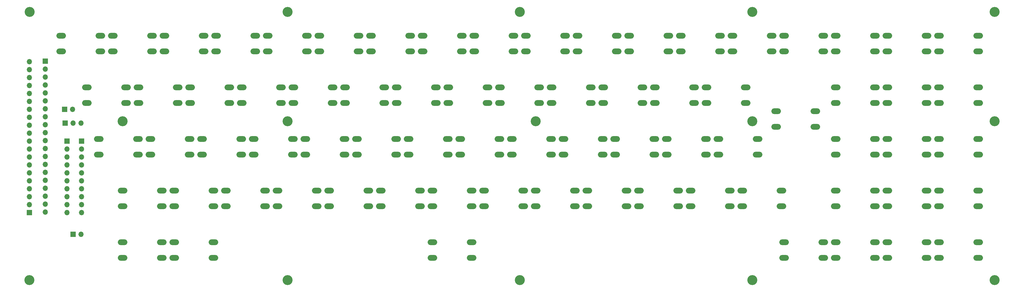
<source format=gts>
G04 #@! TF.GenerationSoftware,KiCad,Pcbnew,(5.1.12)-1*
G04 #@! TF.CreationDate,2023-03-25T16:13:48+00:00*
G04 #@! TF.ProjectId,Keyboard,4b657962-6f61-4726-942e-6b696361645f,rev?*
G04 #@! TF.SameCoordinates,Original*
G04 #@! TF.FileFunction,Soldermask,Top*
G04 #@! TF.FilePolarity,Negative*
%FSLAX46Y46*%
G04 Gerber Fmt 4.6, Leading zero omitted, Abs format (unit mm)*
G04 Created by KiCad (PCBNEW (5.1.12)-1) date 2023-03-25 16:13:48*
%MOMM*%
%LPD*%
G01*
G04 APERTURE LIST*
%ADD10C,3.200000*%
%ADD11O,1.700000X1.700000*%
%ADD12R,1.700000X1.700000*%
%ADD13O,3.048000X1.850000*%
G04 APERTURE END LIST*
D10*
G04 #@! TO.C,H15*
X365379000Y-166751000D03*
G04 #@! TD*
G04 #@! TO.C,H14*
X287909000Y-166751000D03*
G04 #@! TD*
G04 #@! TO.C,H13*
X213614000Y-166751000D03*
G04 #@! TD*
G04 #@! TO.C,H12*
X139319000Y-166751000D03*
G04 #@! TD*
G04 #@! TO.C,H11*
X56769000Y-166751000D03*
G04 #@! TD*
G04 #@! TO.C,H10*
X365379000Y-115951000D03*
G04 #@! TD*
G04 #@! TO.C,H9*
X287909000Y-115951000D03*
G04 #@! TD*
G04 #@! TO.C,H8*
X218694000Y-115951000D03*
G04 #@! TD*
G04 #@! TO.C,H7*
X139319000Y-115951000D03*
G04 #@! TD*
G04 #@! TO.C,H6*
X86614000Y-115951000D03*
G04 #@! TD*
G04 #@! TO.C,H5*
X365379000Y-81026000D03*
G04 #@! TD*
G04 #@! TO.C,H4*
X287909000Y-81026000D03*
G04 #@! TD*
G04 #@! TO.C,H3*
X213614000Y-81026000D03*
G04 #@! TD*
G04 #@! TO.C,H2*
X139319000Y-81026000D03*
G04 #@! TD*
G04 #@! TO.C,H1*
X56896000Y-81026000D03*
G04 #@! TD*
D11*
G04 #@! TO.C,JP2*
X70612000Y-112141000D03*
D12*
X68072000Y-112141000D03*
G04 #@! TD*
D11*
G04 #@! TO.C,JP1*
X73279000Y-116586000D03*
X70739000Y-116586000D03*
D12*
X68199000Y-116586000D03*
G04 #@! TD*
D11*
G04 #@! TO.C,JP3*
X73279000Y-152146000D03*
D12*
X70739000Y-152146000D03*
G04 #@! TD*
D13*
G04 #@! TO.C,SW22*
X268224000Y-143176000D03*
X268224000Y-138176000D03*
X280724000Y-143176000D03*
X280724000Y-138176000D03*
G04 #@! TD*
D11*
G04 #@! TO.C,J6*
X56769000Y-96901000D03*
X56769000Y-99441000D03*
X56769000Y-101981000D03*
X56769000Y-104521000D03*
X56769000Y-107061000D03*
X56769000Y-109601000D03*
X56769000Y-112141000D03*
X56769000Y-114681000D03*
X56769000Y-117221000D03*
X56769000Y-119761000D03*
X56769000Y-122301000D03*
X56769000Y-124841000D03*
X56769000Y-127381000D03*
X56769000Y-129921000D03*
X56769000Y-132461000D03*
X56769000Y-135001000D03*
X56769000Y-137541000D03*
X56769000Y-140081000D03*
X56769000Y-142621000D03*
D12*
X56769000Y-145161000D03*
G04 #@! TD*
D11*
G04 #@! TO.C,J3*
X73484000Y-145161000D03*
X73484000Y-142621000D03*
X73484000Y-140081000D03*
X73484000Y-137541000D03*
X73484000Y-135001000D03*
X73484000Y-132461000D03*
X73484000Y-129921000D03*
X73484000Y-127381000D03*
X73484000Y-124841000D03*
D12*
X73484000Y-122301000D03*
G04 #@! TD*
D11*
G04 #@! TO.C,J2*
X68834000Y-145161000D03*
X68834000Y-142621000D03*
X68834000Y-140081000D03*
X68834000Y-137541000D03*
X68834000Y-135001000D03*
X68834000Y-132461000D03*
X68834000Y-129921000D03*
X68834000Y-127381000D03*
X68834000Y-124841000D03*
D12*
X68834000Y-122301000D03*
G04 #@! TD*
D13*
G04 #@! TO.C,SW121*
X284734000Y-143176000D03*
X284734000Y-138176000D03*
X297234000Y-143176000D03*
X297234000Y-138176000D03*
G04 #@! TD*
G04 #@! TO.C,SW79*
X298069000Y-93646000D03*
X298069000Y-88646000D03*
X310569000Y-93646000D03*
X310569000Y-88646000D03*
G04 #@! TD*
G04 #@! TO.C,SW71*
X103124000Y-143176000D03*
X103124000Y-138176000D03*
X115624000Y-143176000D03*
X115624000Y-138176000D03*
G04 #@! TD*
G04 #@! TO.C,SW70*
X78994000Y-126666000D03*
X78994000Y-121666000D03*
X91494000Y-126666000D03*
X91494000Y-121666000D03*
G04 #@! TD*
G04 #@! TO.C,SW69*
X95504000Y-126666000D03*
X95504000Y-121666000D03*
X108004000Y-126666000D03*
X108004000Y-121666000D03*
G04 #@! TD*
G04 #@! TO.C,SW68*
X75184000Y-110156000D03*
X75184000Y-105156000D03*
X87684000Y-110156000D03*
X87684000Y-105156000D03*
G04 #@! TD*
G04 #@! TO.C,SW67*
X91694000Y-110156000D03*
X91694000Y-105156000D03*
X104194000Y-110156000D03*
X104194000Y-105156000D03*
G04 #@! TD*
G04 #@! TO.C,SW66*
X66929000Y-93646000D03*
X66929000Y-88646000D03*
X79429000Y-93646000D03*
X79429000Y-88646000D03*
G04 #@! TD*
G04 #@! TO.C,SW65*
X99949000Y-93646000D03*
X99949000Y-88646000D03*
X112449000Y-93646000D03*
X112449000Y-88646000D03*
G04 #@! TD*
G04 #@! TO.C,SW64*
X83439000Y-93646000D03*
X83439000Y-88646000D03*
X95939000Y-93646000D03*
X95939000Y-88646000D03*
G04 #@! TD*
G04 #@! TO.C,SW63*
X119634000Y-143176000D03*
X119634000Y-138176000D03*
X132134000Y-143176000D03*
X132134000Y-138176000D03*
G04 #@! TD*
G04 #@! TO.C,SW62*
X136144000Y-143176000D03*
X136144000Y-138176000D03*
X148644000Y-143176000D03*
X148644000Y-138176000D03*
G04 #@! TD*
G04 #@! TO.C,SW61*
X128524000Y-126666000D03*
X128524000Y-121666000D03*
X141024000Y-126666000D03*
X141024000Y-121666000D03*
G04 #@! TD*
G04 #@! TO.C,SW60*
X112014000Y-126666000D03*
X112014000Y-121666000D03*
X124514000Y-126666000D03*
X124514000Y-121666000D03*
G04 #@! TD*
G04 #@! TO.C,SW59*
X108204000Y-110156000D03*
X108204000Y-105156000D03*
X120704000Y-110156000D03*
X120704000Y-105156000D03*
G04 #@! TD*
G04 #@! TO.C,SW58*
X124714000Y-110156000D03*
X124714000Y-105156000D03*
X137214000Y-110156000D03*
X137214000Y-105156000D03*
G04 #@! TD*
G04 #@! TO.C,SW57*
X116459000Y-93646000D03*
X116459000Y-88646000D03*
X128959000Y-93646000D03*
X128959000Y-88646000D03*
G04 #@! TD*
G04 #@! TO.C,SW56*
X132969000Y-93646000D03*
X132969000Y-88646000D03*
X145469000Y-93646000D03*
X145469000Y-88646000D03*
G04 #@! TD*
G04 #@! TO.C,SW55*
X152654000Y-143176000D03*
X152654000Y-138176000D03*
X165154000Y-143176000D03*
X165154000Y-138176000D03*
G04 #@! TD*
G04 #@! TO.C,SW54*
X169164000Y-143176000D03*
X169164000Y-138176000D03*
X181664000Y-143176000D03*
X181664000Y-138176000D03*
G04 #@! TD*
G04 #@! TO.C,SW53*
X145034000Y-126666000D03*
X145034000Y-121666000D03*
X157534000Y-126666000D03*
X157534000Y-121666000D03*
G04 #@! TD*
G04 #@! TO.C,SW52*
X161544000Y-126666000D03*
X161544000Y-121666000D03*
X174044000Y-126666000D03*
X174044000Y-121666000D03*
G04 #@! TD*
G04 #@! TO.C,SW51*
X157734000Y-110156000D03*
X157734000Y-105156000D03*
X170234000Y-110156000D03*
X170234000Y-105156000D03*
G04 #@! TD*
G04 #@! TO.C,SW50*
X141224000Y-110156000D03*
X141224000Y-105156000D03*
X153724000Y-110156000D03*
X153724000Y-105156000D03*
G04 #@! TD*
G04 #@! TO.C,SW49*
X149479000Y-93646000D03*
X149479000Y-88646000D03*
X161979000Y-93646000D03*
X161979000Y-88646000D03*
G04 #@! TD*
G04 #@! TO.C,SW48*
X165989000Y-93646000D03*
X165989000Y-88646000D03*
X178489000Y-93646000D03*
X178489000Y-88646000D03*
G04 #@! TD*
G04 #@! TO.C,SW47*
X185674000Y-159686000D03*
X185674000Y-154686000D03*
X198174000Y-159686000D03*
X198174000Y-154686000D03*
G04 #@! TD*
G04 #@! TO.C,SW46*
X185674000Y-143176000D03*
X185674000Y-138176000D03*
X198174000Y-143176000D03*
X198174000Y-138176000D03*
G04 #@! TD*
G04 #@! TO.C,SW45*
X194564000Y-126666000D03*
X194564000Y-121666000D03*
X207064000Y-126666000D03*
X207064000Y-121666000D03*
G04 #@! TD*
G04 #@! TO.C,SW44*
X178054000Y-126666000D03*
X178054000Y-121666000D03*
X190554000Y-126666000D03*
X190554000Y-121666000D03*
G04 #@! TD*
G04 #@! TO.C,SW43*
X174244000Y-110156000D03*
X174244000Y-105156000D03*
X186744000Y-110156000D03*
X186744000Y-105156000D03*
G04 #@! TD*
G04 #@! TO.C,SW42*
X190754000Y-110156000D03*
X190754000Y-105156000D03*
X203254000Y-110156000D03*
X203254000Y-105156000D03*
G04 #@! TD*
G04 #@! TO.C,SW41*
X182499000Y-93646000D03*
X182499000Y-88646000D03*
X194999000Y-93646000D03*
X194999000Y-88646000D03*
G04 #@! TD*
G04 #@! TO.C,SW40*
X199009000Y-93646000D03*
X199009000Y-88646000D03*
X211509000Y-93646000D03*
X211509000Y-88646000D03*
G04 #@! TD*
G04 #@! TO.C,SW39*
X218694000Y-143176000D03*
X218694000Y-138176000D03*
X231194000Y-143176000D03*
X231194000Y-138176000D03*
G04 #@! TD*
G04 #@! TO.C,SW38*
X202184000Y-143176000D03*
X202184000Y-138176000D03*
X214684000Y-143176000D03*
X214684000Y-138176000D03*
G04 #@! TD*
G04 #@! TO.C,SW37*
X211074000Y-126666000D03*
X211074000Y-121666000D03*
X223574000Y-126666000D03*
X223574000Y-121666000D03*
G04 #@! TD*
G04 #@! TO.C,SW36*
X227584000Y-126666000D03*
X227584000Y-121666000D03*
X240084000Y-126666000D03*
X240084000Y-121666000D03*
G04 #@! TD*
G04 #@! TO.C,SW35*
X207264000Y-110156000D03*
X207264000Y-105156000D03*
X219764000Y-110156000D03*
X219764000Y-105156000D03*
G04 #@! TD*
G04 #@! TO.C,SW34*
X223774000Y-110156000D03*
X223774000Y-105156000D03*
X236274000Y-110156000D03*
X236274000Y-105156000D03*
G04 #@! TD*
G04 #@! TO.C,SW33*
X215519000Y-93646000D03*
X215519000Y-88646000D03*
X228019000Y-93646000D03*
X228019000Y-88646000D03*
G04 #@! TD*
G04 #@! TO.C,SW32*
X232029000Y-93646000D03*
X232029000Y-88646000D03*
X244529000Y-93646000D03*
X244529000Y-88646000D03*
G04 #@! TD*
G04 #@! TO.C,SW31*
X235204000Y-143176000D03*
X235204000Y-138176000D03*
X247704000Y-143176000D03*
X247704000Y-138176000D03*
G04 #@! TD*
G04 #@! TO.C,SW30*
X251714000Y-143176000D03*
X251714000Y-138176000D03*
X264214000Y-143176000D03*
X264214000Y-138176000D03*
G04 #@! TD*
G04 #@! TO.C,SW29*
X244094000Y-126666000D03*
X244094000Y-121666000D03*
X256594000Y-126666000D03*
X256594000Y-121666000D03*
G04 #@! TD*
G04 #@! TO.C,SW28*
X260604000Y-126666000D03*
X260604000Y-121666000D03*
X273104000Y-126666000D03*
X273104000Y-121666000D03*
G04 #@! TD*
G04 #@! TO.C,SW27*
X240284000Y-110156000D03*
X240284000Y-105156000D03*
X252784000Y-110156000D03*
X252784000Y-105156000D03*
G04 #@! TD*
G04 #@! TO.C,SW26*
X256794000Y-110156000D03*
X256794000Y-105156000D03*
X269294000Y-110156000D03*
X269294000Y-105156000D03*
G04 #@! TD*
G04 #@! TO.C,SW25*
X248539000Y-93646000D03*
X248539000Y-88646000D03*
X261039000Y-93646000D03*
X261039000Y-88646000D03*
G04 #@! TD*
G04 #@! TO.C,SW24*
X265049000Y-93646000D03*
X265049000Y-88646000D03*
X277549000Y-93646000D03*
X277549000Y-88646000D03*
G04 #@! TD*
G04 #@! TO.C,SW23*
X86614000Y-159686000D03*
X86614000Y-154686000D03*
X99114000Y-159686000D03*
X99114000Y-154686000D03*
G04 #@! TD*
G04 #@! TO.C,SW21*
X86614000Y-143176000D03*
X86614000Y-138176000D03*
X99114000Y-143176000D03*
X99114000Y-138176000D03*
G04 #@! TD*
G04 #@! TO.C,SW20*
X314579000Y-110156000D03*
X314579000Y-105156000D03*
X327079000Y-110156000D03*
X327079000Y-105156000D03*
G04 #@! TD*
G04 #@! TO.C,SW19*
X277114000Y-126666000D03*
X277114000Y-121666000D03*
X289614000Y-126666000D03*
X289614000Y-121666000D03*
G04 #@! TD*
G04 #@! TO.C,SW18*
X295529000Y-117776000D03*
X295529000Y-112776000D03*
X308029000Y-117776000D03*
X308029000Y-112776000D03*
G04 #@! TD*
G04 #@! TO.C,SW17*
X273304000Y-110156000D03*
X273304000Y-105156000D03*
X285804000Y-110156000D03*
X285804000Y-105156000D03*
G04 #@! TD*
G04 #@! TO.C,SW16*
X281559000Y-93646000D03*
X281559000Y-88646000D03*
X294059000Y-93646000D03*
X294059000Y-88646000D03*
G04 #@! TD*
G04 #@! TO.C,SW15*
X314579000Y-143176000D03*
X314579000Y-138176000D03*
X327079000Y-143176000D03*
X327079000Y-138176000D03*
G04 #@! TD*
G04 #@! TO.C,SW14*
X331089000Y-126666000D03*
X331089000Y-121666000D03*
X343589000Y-126666000D03*
X343589000Y-121666000D03*
G04 #@! TD*
G04 #@! TO.C,SW13*
X314579000Y-126666000D03*
X314579000Y-121666000D03*
X327079000Y-126666000D03*
X327079000Y-121666000D03*
G04 #@! TD*
G04 #@! TO.C,SW12*
X331089000Y-110156000D03*
X331089000Y-105156000D03*
X343589000Y-110156000D03*
X343589000Y-105156000D03*
G04 #@! TD*
G04 #@! TO.C,SW11*
X331089000Y-93646000D03*
X331089000Y-88646000D03*
X343589000Y-93646000D03*
X343589000Y-88646000D03*
G04 #@! TD*
G04 #@! TO.C,SW10*
X314579000Y-93646000D03*
X314579000Y-88646000D03*
X327079000Y-93646000D03*
X327079000Y-88646000D03*
G04 #@! TD*
G04 #@! TO.C,SW9*
X103124000Y-159686000D03*
X103124000Y-154686000D03*
X115624000Y-159686000D03*
X115624000Y-154686000D03*
G04 #@! TD*
G04 #@! TO.C,SW8*
X314579000Y-159686000D03*
X314579000Y-154686000D03*
X327079000Y-159686000D03*
X327079000Y-154686000D03*
G04 #@! TD*
G04 #@! TO.C,SW7*
X347599000Y-143176000D03*
X347599000Y-138176000D03*
X360099000Y-143176000D03*
X360099000Y-138176000D03*
G04 #@! TD*
G04 #@! TO.C,SW6*
X298069000Y-159686000D03*
X298069000Y-154686000D03*
X310569000Y-159686000D03*
X310569000Y-154686000D03*
G04 #@! TD*
G04 #@! TO.C,SW5*
X347599000Y-126666000D03*
X347599000Y-121666000D03*
X360099000Y-126666000D03*
X360099000Y-121666000D03*
G04 #@! TD*
G04 #@! TO.C,SW4*
X347599000Y-110156000D03*
X347599000Y-105156000D03*
X360099000Y-110156000D03*
X360099000Y-105156000D03*
G04 #@! TD*
G04 #@! TO.C,SW3*
X347599000Y-93646000D03*
X347599000Y-88646000D03*
X360099000Y-93646000D03*
X360099000Y-88646000D03*
G04 #@! TD*
G04 #@! TO.C,SW2*
X331089000Y-159686000D03*
X331089000Y-154686000D03*
X343589000Y-159686000D03*
X343589000Y-154686000D03*
G04 #@! TD*
G04 #@! TO.C,SW1*
X347599000Y-159686000D03*
X347599000Y-154686000D03*
X360099000Y-159686000D03*
X360099000Y-154686000D03*
G04 #@! TD*
G04 #@! TO.C,SW0*
X331089000Y-143176000D03*
X331089000Y-138176000D03*
X343589000Y-143176000D03*
X343589000Y-138176000D03*
G04 #@! TD*
D11*
G04 #@! TO.C,J1*
X61849000Y-145034000D03*
X61849000Y-142494000D03*
X61849000Y-139954000D03*
X61849000Y-137414000D03*
X61849000Y-134874000D03*
X61849000Y-132334000D03*
X61849000Y-129794000D03*
X61849000Y-127254000D03*
X61849000Y-124714000D03*
X61849000Y-122174000D03*
X61849000Y-119634000D03*
X61849000Y-117094000D03*
X61849000Y-114554000D03*
X61849000Y-112014000D03*
X61849000Y-109474000D03*
X61849000Y-106934000D03*
X61849000Y-104394000D03*
X61849000Y-101854000D03*
X61849000Y-99314000D03*
D12*
X61849000Y-96774000D03*
G04 #@! TD*
M02*

</source>
